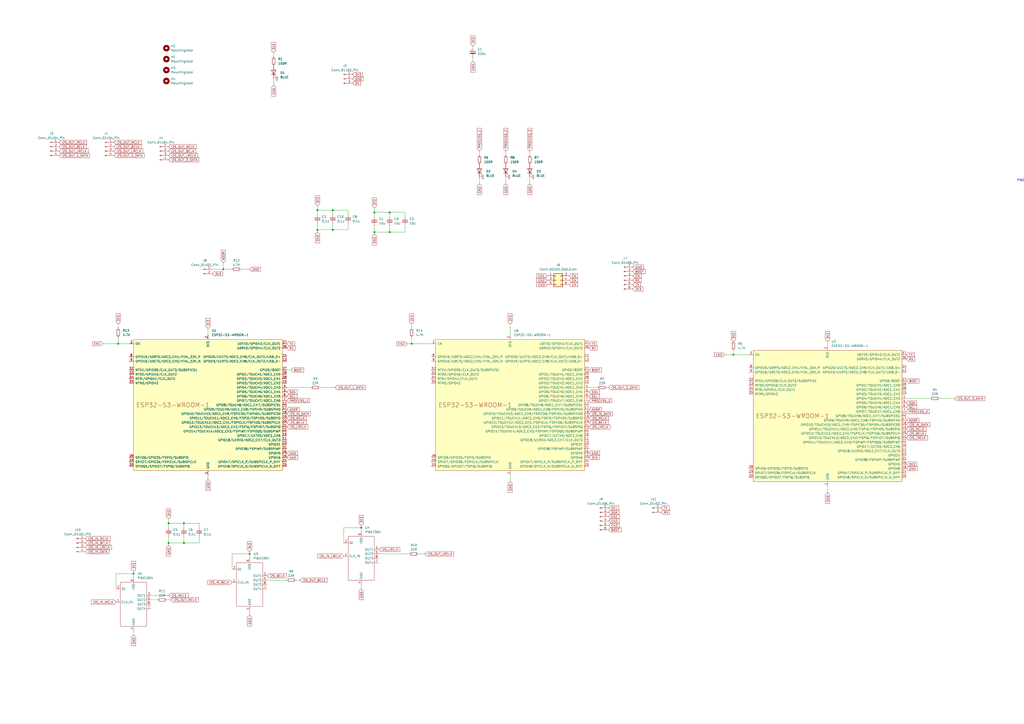
<source format=kicad_sch>
(kicad_sch (version 20231120) (generator "eeschema") (generator_version "8.0")
  (paper "A2")
  (lib_symbols
    (symbol "Connector:Conn_01x02_Pin" (pin_names (offset 1.016) hide)
      (property "Reference" "J" (at 0 2.54 0))
      (property "Value" "Conn_01x02_Pin" (at 0 -5.08 0))
      (symbol "Conn_01x02_Pin_1_1"
        (polyline (pts (xy 1.27 -2.54) (xy 0.8636 -2.54)) (stroke (width 0.1524)))
        (polyline (pts (xy 1.27 0) (xy 0.8636 0)) (stroke (width 0.1524)))
        (rectangle (start 0.8636 -2.413) (end 0 -2.667) (stroke (width 0.1524)) (fill (type outline)))
        (rectangle (start 0.8636 0.127) (end 0 -0.127) (stroke (width 0.1524)) (fill (type outline)))
        (pin passive line (at 5.08 0 180) (length 3.81) (name "Pin_1") (number "1"))
        (pin passive line (at 5.08 -2.54 180) (length 3.81) (name "Pin_2") (number "2"))
      )
    )
    (symbol "Connector:Conn_01x03_Pin" (pin_names (offset 1.016) hide)
      (property "Reference" "J" (at 0 5.08 0))
      (property "Value" "Conn_01x03_Pin" (at 0 -5.08 0))
      (symbol "Conn_01x03_Pin_1_1"
        (polyline (pts (xy 1.27 -2.54) (xy 0.8636 -2.54)) (stroke (width 0.1524)))
        (polyline (pts (xy 1.27 0) (xy 0.8636 0)) (stroke (width 0.1524)))
        (polyline (pts (xy 1.27 2.54) (xy 0.8636 2.54)) (stroke (width 0.1524)))
        (rectangle (start 0.8636 -2.413) (end 0 -2.667) (stroke (width 0.1524)) (fill (type outline)))
        (rectangle (start 0.8636 0.127) (end 0 -0.127) (stroke (width 0.1524)) (fill (type outline)))
        (rectangle (start 0.8636 2.667) (end 0 2.413) (stroke (width 0.1524)) (fill (type outline)))
        (pin passive line (at 5.08 2.54 180) (length 3.81) (name "Pin_1") (number "1"))
        (pin passive line (at 5.08 0 180) (length 3.81) (name "Pin_2") (number "2"))
        (pin passive line (at 5.08 -2.54 180) (length 3.81) (name "Pin_3") (number "3"))
      )
    )
    (symbol "Connector:Conn_01x04_Pin" (pin_names (offset 1.016) hide)
      (property "Reference" "J" (at 0 5.08 0))
      (property "Value" "Conn_01x04_Pin" (at 0 -7.62 0))
      (symbol "Conn_01x04_Pin_1_1"
        (polyline (pts (xy 1.27 -5.08) (xy 0.8636 -5.08)) (stroke (width 0.1524)))
        (polyline (pts (xy 1.27 -2.54) (xy 0.8636 -2.54)) (stroke (width 0.1524)))
        (polyline (pts (xy 1.27 0) (xy 0.8636 0)) (stroke (width 0.1524)))
        (polyline (pts (xy 1.27 2.54) (xy 0.8636 2.54)) (stroke (width 0.1524)))
        (rectangle (start 0.8636 -4.953) (end 0 -5.207) (stroke (width 0.1524)) (fill (type outline)))
        (rectangle (start 0.8636 -2.413) (end 0 -2.667) (stroke (width 0.1524)) (fill (type outline)))
        (rectangle (start 0.8636 0.127) (end 0 -0.127) (stroke (width 0.1524)) (fill (type outline)))
        (rectangle (start 0.8636 2.667) (end 0 2.413) (stroke (width 0.1524)) (fill (type outline)))
        (pin passive line (at 5.08 2.54 180) (length 3.81) (name "Pin_1") (number "1"))
        (pin passive line (at 5.08 0 180) (length 3.81) (name "Pin_2") (number "2"))
        (pin passive line (at 5.08 -2.54 180) (length 3.81) (name "Pin_3") (number "3"))
        (pin passive line (at 5.08 -5.08 180) (length 3.81) (name "Pin_4") (number "4"))
      )
    )
    (symbol "Connector:Conn_01x06_Pin" (pin_names (offset 1.016) hide)
      (property "Reference" "J" (at 0 7.62 0))
      (property "Value" "Conn_01x06_Pin" (at 0 -10.16 0))
      (symbol "Conn_01x06_Pin_1_1"
        (polyline (pts (xy 1.27 -7.62) (xy 0.8636 -7.62)) (stroke (width 0.1524)))
        (polyline (pts (xy 1.27 -5.08) (xy 0.8636 -5.08)) (stroke (width 0.1524)))
        (polyline (pts (xy 1.27 -2.54) (xy 0.8636 -2.54)) (stroke (width 0.1524)))
        (polyline (pts (xy 1.27 0) (xy 0.8636 0)) (stroke (width 0.1524)))
        (polyline (pts (xy 1.27 2.54) (xy 0.8636 2.54)) (stroke (width 0.1524)))
        (polyline (pts (xy 1.27 5.08) (xy 0.8636 5.08)) (stroke (width 0.1524)))
        (rectangle (start 0.8636 -7.493) (end 0 -7.747) (stroke (width 0.1524)) (fill (type outline)))
        (rectangle (start 0.8636 -4.953) (end 0 -5.207) (stroke (width 0.1524)) (fill (type outline)))
        (rectangle (start 0.8636 -2.413) (end 0 -2.667) (stroke (width 0.1524)) (fill (type outline)))
        (rectangle (start 0.8636 0.127) (end 0 -0.127) (stroke (width 0.1524)) (fill (type outline)))
        (rectangle (start 0.8636 2.667) (end 0 2.413) (stroke (width 0.1524)) (fill (type outline)))
        (rectangle (start 0.8636 5.207) (end 0 4.953) (stroke (width 0.1524)) (fill (type outline)))
        (pin passive line (at 5.08 5.08 180) (length 3.81) (name "Pin_1") (number "1"))
        (pin passive line (at 5.08 2.54 180) (length 3.81) (name "Pin_2") (number "2"))
        (pin passive line (at 5.08 0 180) (length 3.81) (name "Pin_3") (number "3"))
        (pin passive line (at 5.08 -2.54 180) (length 3.81) (name "Pin_4") (number "4"))
        (pin passive line (at 5.08 -5.08 180) (length 3.81) (name "Pin_5") (number "5"))
        (pin passive line (at 5.08 -7.62 180) (length 3.81) (name "Pin_6") (number "6"))
      )
    )
    (symbol "Connector_Generic:Conn_02x03_Odd_Even" (pin_names (offset 1.016) hide)
      (property "Reference" "J" (at 1.27 5.08 0))
      (property "Value" "Conn_02x03_Odd_Even" (at 1.27 -5.08 0))
      (symbol "Conn_02x03_Odd_Even_1_1"
        (rectangle (start -1.27 -2.413) (end 0 -2.667) (stroke (width 0.1524)))
        (rectangle (start -1.27 0.127) (end 0 -0.127) (stroke (width 0.1524)))
        (rectangle (start -1.27 2.667) (end 0 2.413) (stroke (width 0.1524)))
        (rectangle (start -1.27 3.81) (end 3.81 -3.81) (stroke (width 0.254)) (fill (type background)))
        (rectangle (start 3.81 -2.413) (end 2.54 -2.667) (stroke (width 0.1524)))
        (rectangle (start 3.81 0.127) (end 2.54 -0.127) (stroke (width 0.1524)))
        (rectangle (start 3.81 2.667) (end 2.54 2.413) (stroke (width 0.1524)))
        (pin passive line (at -5.08 2.54 0) (length 3.81) (name "Pin_1") (number "1"))
        (pin passive line (at 7.62 2.54 180) (length 3.81) (name "Pin_2") (number "2"))
        (pin passive line (at -5.08 0 0) (length 3.81) (name "Pin_3") (number "3"))
        (pin passive line (at 7.62 0 180) (length 3.81) (name "Pin_4") (number "4"))
        (pin passive line (at -5.08 -2.54 0) (length 3.81) (name "Pin_5") (number "5"))
        (pin passive line (at 7.62 -2.54 180) (length 3.81) (name "Pin_6") (number "6"))
      )
    )
    (symbol "Custom:PI6CV304"
      (property "Reference" "U" (at -0.254 -11.176 0))
      (property "Value" "PI6CV304" (at 0 0 0))
      (symbol "PI6CV304_0_1"
        (rectangle (start -8.89 25.4) (end 6.35 0))
      )
      (symbol "PI6CV304_1_1"
        (pin input line (at -11.43 13.97 0) (length 2.54) (name "CLK_IN") (number "1"))
        (pin input line (at -11.43 21.59 0) (length 2.54) (name "OE") (number "2"))
        (pin input line (at 8.89 17.78 180) (length 2.54) (name "OUT1") (number "3"))
        (pin input line (at -1.27 -2.54 90) (length 2.54) (name "GND") (number "4"))
        (pin input line (at 8.89 15.24 180) (length 2.54) (name "OUT2") (number "5"))
        (pin input line (at -1.27 27.94 270) (length 2.54) (name "VDD") (number "6"))
        (pin input line (at 8.89 10.16 180) (length 2.54) (name "OUT4") (number "7"))
        (pin input line (at 8.89 12.7 180) (length 2.54) (name "OUT3") (number "8"))
      )
    )
    (symbol "Device:C_Polarized_Small" (pin_numbers hide) (pin_names (offset 0.254) hide)
      (property "Reference" "C" (at 0.254 1.778 0))
      (property "Value" "C_Polarized_Small" (at 0.254 -2.032 0))
      (symbol "C_Polarized_Small_0_1"
        (rectangle (start -1.524 -0.3048) (end 1.524 -0.6858) (fill (type outline)))
        (rectangle (start -1.524 0.6858) (end 1.524 0.3048))
        (polyline (pts (xy -1.27 1.524) (xy -0.762 1.524)))
        (polyline (pts (xy -1.016 1.27) (xy -1.016 1.778)))
      )
      (symbol "C_Polarized_Small_1_1"
        (pin passive line (at 0 2.54 270) (length 1.8542) (name "~") (number "1"))
        (pin passive line (at 0 -2.54 90) (length 1.8542) (name "~") (number "2"))
      )
    )
    (symbol "Device:C_Small" (pin_numbers hide) (pin_names (offset 0.254) hide)
      (property "Reference" "C" (at 0.254 1.778 0))
      (property "Value" "C_Small" (at 0.254 -2.032 0))
      (symbol "C_Small_0_1"
        (polyline (pts (xy -1.524 -0.508) (xy 1.524 -0.508)) (stroke (width 0.3302)))
        (polyline (pts (xy -1.524 0.508) (xy 1.524 0.508)) (stroke (width 0.3048)))
      )
      (symbol "C_Small_1_1"
        (pin passive line (at 0 2.54 270) (length 2.032) (name "~") (number "1"))
        (pin passive line (at 0 -2.54 90) (length 2.032) (name "~") (number "2"))
      )
    )
    (symbol "Device:LED" (pin_numbers hide) (pin_names (offset 1.016) hide)
      (property "Reference" "D" (at 0 2.54 0))
      (property "Value" "LED" (at 0 -2.54 0))
      (symbol "LED_0_1"
        (polyline (pts (xy -1.27 -1.27) (xy -1.27 1.27)) (stroke (width 0.254)))
        (polyline (pts (xy -1.27 0) (xy 1.27 0)))
        (polyline (pts (xy 1.27 -1.27) (xy 1.27 1.27) (xy -1.27 0) (xy 1.27 -1.27)) (stroke (width 0.254)))
        (polyline (pts (xy -3.048 -0.762) (xy -4.572 -2.286) (xy -3.81 -2.286) (xy -4.572 -2.286) (xy -4.572 -1.524)))
        (polyline (pts (xy -1.778 -0.762) (xy -3.302 -2.286) (xy -2.54 -2.286) (xy -3.302 -2.286) (xy -3.302 -1.524)))
      )
      (symbol "LED_1_1"
        (pin passive line (at -3.81 0 0) (length 2.54) (name "K") (number "1"))
        (pin passive line (at 3.81 0 180) (length 2.54) (name "A") (number "2"))
      )
    )
    (symbol "Device:R_Small" (pin_numbers hide) (pin_names (offset 0.254) hide)
      (property "Reference" "R" (at 0.762 0.508 0))
      (property "Value" "R_Small" (at 0.762 -1.016 0))
      (symbol "R_Small_0_1"
        (rectangle (start -0.762 1.778) (end 0.762 -1.778) (stroke (width 0.2032)))
      )
      (symbol "R_Small_1_1"
        (pin passive line (at 0 2.54 270) (length 0.762) (name "~") (number "1"))
        (pin passive line (at 0 -2.54 90) (length 0.762) (name "~") (number "2"))
      )
    )
    (symbol "Mechanical:MountingHole" (pin_names (offset 1.016)) (exclude_from_sim yes) (in_bom no)
      (property "Reference" "H" (at 0 5.08 0))
      (property "Value" "MountingHole" (at 0 3.175 0))
      (symbol "MountingHole_0_1"
        (circle (center 0 0) (radius 1.27) (stroke (width 1.27)))
      )
    )
    (symbol "PCM_Espressif:ESP32-S3-WROOM-1" (pin_names (offset 1.016))
      (property "Reference" "U" (at -43.18 43.18 0))
      (property "Value" "ESP32-S3-WROOM-1" (at -43.18 40.64 0))
      (symbol "ESP32-S3-WROOM-1_0_0"
        (text "ESP32-S3-WROOM-1" (at -20.32 0 0) (effects (font (size 2.54 2.54))))
        (pin power_in line (at 0 -40.64 90) (length 2.54) (name "GND") (number "1"))
        (pin bidirectional line (at 45.72 -17.78 180) (length 2.54) (name "GPIO17/U1TXD/ADC2_CH6") (number "10"))
        (pin bidirectional line (at 45.72 -20.32 180) (length 2.54) (name "GPIO18/U1RXD/ADC2_CH7/CLK_OUT3") (number "11"))
        (pin bidirectional line (at 45.72 0 180) (length 2.54) (name "GPIO8/TOUCH8/ADC1_CH7/SUBSPICS1") (number "12"))
        (pin bidirectional line (at 45.72 25.4 180) (length 2.54) (name "GPIO19/U1RTS/ADC2_CH8/CLK_OUT2/USB_D-") (number "13"))
        (pin bidirectional line (at 45.72 27.94 180) (length 2.54) (name "GPIO20/U1CTS/ADC2_CH9/CLK_OUT1/USB_D+") (number "14"))
        (pin bidirectional line (at 45.72 12.7 180) (length 2.54) (name "GPIO3/TOUCH3/ADC1_CH2") (number "15"))
        (pin bidirectional line (at 45.72 -30.48 180) (length 2.54) (name "GPIO46") (number "16"))
        (pin bidirectional line (at 45.72 -2.54 180) (length 2.54) (name "GPIO9/TOUCH9/ADC1_CH8/FSPIHD/SUBSPIHD") (number "17"))
        (pin bidirectional line (at 45.72 -5.08 180) (length 2.54) (name "GPIO10/TOUCH10/ADC1_CH9/FSPICS0/FSPIIO4/SUBSPICS0") (number "18"))
        (pin bidirectional line (at 45.72 -7.62 180) (length 2.54) (name "GPIO11/TOUCH11/ADC2_CH0/FSPID/FSPIIO5/SUBSPID") (number "19"))
        (pin power_in line (at 0 40.64 270) (length 2.54) (name "3V3") (number "2"))
        (pin bidirectional line (at 45.72 -10.16 180) (length 2.54) (name "GPIO12/TOUCH12/ADC2_CH1/FSPICLK/FSPIIO6/SUBSPICLK") (number "20"))
        (pin bidirectional line (at 45.72 -12.7 180) (length 2.54) (name "GPIO13/TOUCH13/ADC2_CH2/FSPIQ/FSPIIO7/SUBSPIQ") (number "21"))
        (pin bidirectional line (at 45.72 -15.24 180) (length 2.54) (name "GPIO14/TOUCH14/ADC2_CH3/FSPIWP/FSPIDQS/SUBSPIWP") (number "22"))
        (pin bidirectional line (at 45.72 -22.86 180) (length 2.54) (name "GPIO21") (number "23"))
        (pin bidirectional line (at 45.72 -33.02 180) (length 2.54) (name "GPIO47/SPICLK_P/SUBSPICLK_P_DIFF") (number "24"))
        (pin bidirectional line (at 45.72 -35.56 180) (length 2.54) (name "GPIO48/SPICLK_N/SUBSPICLK_N_DIFF") (number "25"))
        (pin bidirectional line (at 45.72 -27.94 180) (length 2.54) (name "GPIO45") (number "26"))
        (pin bidirectional line (at 45.72 20.32 180) (length 2.54) (name "GPIO0/BOOT") (number "27"))
        (pin bidirectional line (at -45.72 -30.48 0) (length 2.54) (name "SPIIO6/GPIO35/FSPID/SUBSPID") (number "28"))
        (pin bidirectional line (at -45.72 -33.02 0) (length 2.54) (name "SPIIO7/GPIO36/FSPICLK/SUBSPICLK") (number "29"))
        (pin input line (at -45.72 35.56 0) (length 2.54) (name "EN") (number "3"))
        (pin bidirectional line (at -45.72 -35.56 0) (length 2.54) (name "SPIDQS/GPIO37/FSPIQ/SUBSPIQ") (number "30"))
        (pin bidirectional line (at 45.72 -25.4 180) (length 2.54) (name "GPIO38/FSPIWP/SUBSPIWP") (number "31"))
        (pin bidirectional line (at -45.72 20.32 0) (length 2.54) (name "MTCK/GPIO39/CLK_OUT3/SUBSPICS1") (number "32"))
        (pin bidirectional line (at -45.72 17.78 0) (length 2.54) (name "MTDO/GPIO40/CLK_OUT2") (number "33"))
        (pin bidirectional line (at -45.72 15.24 0) (length 2.54) (name "MTDI/GPIO41/CLK_OUT1") (number "34"))
        (pin bidirectional line (at -45.72 12.7 0) (length 2.54) (name "MTMS/GPIO42") (number "35"))
        (pin bidirectional line (at 45.72 33.02 180) (length 2.54) (name "U0RXD/GPIO44/CLK_OUT2") (number "36"))
        (pin bidirectional line (at 45.72 35.56 180) (length 2.54) (name "U0TXD/GPIO43/CLK_OUT1") (number "37"))
        (pin bidirectional line (at 45.72 15.24 180) (length 2.54) (name "GPIO2/TOUCH2/ADC1_CH1") (number "38"))
        (pin bidirectional line (at 45.72 17.78 180) (length 2.54) (name "GPIO1/TOUCH1/ADC1_CH0") (number "39"))
        (pin bidirectional line (at 45.72 10.16 180) (length 2.54) (name "GPIO4/TOUCH4/ADC1_CH3") (number "4"))
        (pin passive line (at 0 -40.64 90) (length 2.54) hide (name "GND") (number "40"))
        (pin passive line (at 0 -40.64 90) (length 2.54) hide (name "GND") (number "41"))
        (pin bidirectional line (at 45.72 7.62 180) (length 2.54) (name "GPIO5/TOUCH5/ADC1_CH4") (number "5"))
        (pin bidirectional line (at 45.72 5.08 180) (length 2.54) (name "GPIO6/TOUCH6/ADC1_CH5") (number "6"))
        (pin bidirectional line (at 45.72 2.54 180) (length 2.54) (name "GPIO7/TOUCH7/ADC1_CH6") (number "7"))
        (pin bidirectional line (at -45.72 27.94 0) (length 2.54) (name "GPIO15/U0RTS/ADC2_CH4/XTAL_32K_P") (number "8"))
        (pin bidirectional line (at -45.72 25.4 0) (length 2.54) (name "GPIO16/U0CTS/ADC2_CH5/XTAL_32K_N") (number "9"))
      )
      (symbol "ESP32-S3-WROOM-1_0_1"
        (rectangle (start -43.18 38.1) (end 43.18 -38.1) (fill (type background)))
      )
    )
  )
  (junction (at 193.04 121.92))
  (junction (at 209.55 306.07))
  (junction (at 425.45 205.74))
  (junction (at 77.47 332.74))
  (junction (at 106.68 303.53))
  (junction (at 217.17 134.62))
  (junction (at 129.54 156.21))
  (junction (at 226.06 134.62))
  (junction (at 184.15 121.92))
  (junction (at 238.76 199.39))
  (junction (at 184.15 133.35))
  (junction (at 226.06 123.19))
  (junction (at 97.79 303.53))
  (junction (at 144.78 321.31))
  (junction (at 106.68 314.96))
  (junction (at 97.79 314.96))
  (junction (at 193.04 133.35))
  (junction (at 217.17 123.19))
  (junction (at 68.58 199.39))
  (wire (pts (xy 217.17 120.65) (xy 217.17 123.19)))
  (wire (pts (xy 184.15 121.92) (xy 184.15 124.46)))
  (wire (pts (xy 217.17 123.19) (xy 226.06 123.19)))
  (wire (pts (xy 420.37 205.74) (xy 425.45 205.74)))
  (wire (pts (xy 217.17 123.19) (xy 217.17 125.73)))
  (wire (pts (xy 480.06 198.12) (xy 480.06 200.66)))
  (wire (pts (xy 238.76 199.39) (xy 250.19 199.39)))
  (wire (pts (xy 346.71 224.79) (xy 341.63 224.79)))
  (wire (pts (xy 134.62 156.21) (xy 129.54 156.21)))
  (wire (pts (xy 59.69 199.39) (xy 68.58 199.39)))
  (wire (pts (xy 353.06 224.79) (xy 351.79 224.79)))
  (wire (pts (xy 217.17 135.89) (xy 217.17 134.62)))
  (wire (pts (xy 115.57 306.07) (xy 115.57 303.53)))
  (wire (pts (xy 120.65 190.5) (xy 120.65 194.31)))
  (wire (pts (xy 97.79 345.44) (xy 87.63 345.44)))
  (wire (pts (xy 209.55 341.63) (xy 209.55 339.09)))
  (wire (pts (xy 236.22 199.39) (xy 238.76 199.39)))
  (wire (pts (xy 97.79 316.23) (xy 97.79 314.96)))
  (wire (pts (xy 295.91 187.96) (xy 295.91 194.31)))
  (wire (pts (xy 129.54 152.4) (xy 129.54 156.21)))
  (wire (pts (xy 274.32 26.67) (xy 274.32 27.94)))
  (wire (pts (xy 234.95 123.19) (xy 226.06 123.19)))
  (wire (pts (xy 539.75 231.14) (xy 525.78 231.14)))
  (wire (pts (xy 91.44 347.98) (xy 87.63 347.98)))
  (wire (pts (xy 201.93 129.54) (xy 201.93 133.35)))
  (wire (pts (xy 295.91 279.4) (xy 295.91 275.59)))
  (wire (pts (xy 201.93 133.35) (xy 193.04 133.35)))
  (wire (pts (xy 307.34 106.68) (xy 307.34 102.87)))
  (wire (pts (xy 97.79 300.99) (xy 97.79 303.53)))
  (wire (pts (xy 129.54 156.21) (xy 123.19 156.21)))
  (wire (pts (xy 237.49 321.31) (xy 219.71 321.31)))
  (wire (pts (xy 120.65 278.13) (xy 120.65 275.59)))
  (wire (pts (xy 106.68 314.96) (xy 97.79 314.96)))
  (wire (pts (xy 173.99 336.55) (xy 171.45 336.55)))
  (wire (pts (xy 425.45 203.2) (xy 425.45 205.74)))
  (wire (pts (xy 278.13 87.63) (xy 278.13 90.17)))
  (wire (pts (xy 168.91 214.63) (xy 166.37 214.63)))
  (wire (pts (xy 67.31 332.74) (xy 67.31 341.63)))
  (wire (pts (xy 217.17 134.62) (xy 217.17 130.81)))
  (wire (pts (xy 278.13 106.68) (xy 278.13 102.87)))
  (wire (pts (xy 201.93 121.92) (xy 193.04 121.92)))
  (wire (pts (xy 193.04 129.54) (xy 193.04 133.35)))
  (wire (pts (xy 77.47 331.47) (xy 77.47 332.74)))
  (wire (pts (xy 77.47 368.3) (xy 77.47 365.76)))
  (wire (pts (xy 68.58 199.39) (xy 74.93 199.39)))
  (wire (pts (xy 115.57 314.96) (xy 106.68 314.96)))
  (wire (pts (xy 144.78 156.21) (xy 139.7 156.21)))
  (wire (pts (xy 199.39 306.07) (xy 209.55 306.07)))
  (wire (pts (xy 553.72 231.14) (xy 544.83 231.14)))
  (wire (pts (xy 166.37 336.55) (xy 154.94 336.55)))
  (wire (pts (xy 97.79 303.53) (xy 97.79 306.07)))
  (wire (pts (xy 234.95 125.73) (xy 234.95 123.19)))
  (wire (pts (xy 226.06 130.81) (xy 226.06 134.62)))
  (wire (pts (xy 184.15 134.62) (xy 184.15 133.35)))
  (wire (pts (xy 184.15 119.38) (xy 184.15 121.92)))
  (wire (pts (xy 115.57 303.53) (xy 106.68 303.53)))
  (wire (pts (xy 106.68 311.15) (xy 106.68 314.96)))
  (wire (pts (xy 246.38 321.31) (xy 242.57 321.31)))
  (wire (pts (xy 307.34 87.63) (xy 307.34 90.17)))
  (wire (pts (xy 97.79 314.96) (xy 97.79 311.15)))
  (wire (pts (xy 209.55 306.07) (xy 209.55 308.61)))
  (wire (pts (xy 144.78 356.87) (xy 144.78 354.33)))
  (wire (pts (xy 97.79 303.53) (xy 106.68 303.53)))
  (wire (pts (xy 293.37 87.63) (xy 293.37 90.17)))
  (wire (pts (xy 115.57 311.15) (xy 115.57 314.96)))
  (wire (pts (xy 106.68 303.53) (xy 106.68 306.07)))
  (wire (pts (xy 425.45 205.74) (xy 434.34 205.74)))
  (wire (pts (xy 480.06 285.75) (xy 480.06 281.94)))
  (wire (pts (xy 77.47 332.74) (xy 77.47 335.28)))
  (wire (pts (xy 184.15 121.92) (xy 193.04 121.92)))
  (wire (pts (xy 134.62 321.31) (xy 134.62 330.2)))
  (wire (pts (xy 68.58 195.58) (xy 68.58 199.39)))
  (wire (pts (xy 234.95 134.62) (xy 226.06 134.62)))
  (wire (pts (xy 193.04 121.92) (xy 193.04 124.46)))
  (wire (pts (xy 134.62 321.31) (xy 144.78 321.31)))
  (wire (pts (xy 184.15 133.35) (xy 184.15 129.54)))
  (wire (pts (xy 166.37 224.79) (xy 180.34 224.79)))
  (wire (pts (xy 293.37 106.68) (xy 293.37 102.87)))
  (wire (pts (xy 144.78 320.04) (xy 144.78 321.31)))
  (wire (pts (xy 68.58 187.96) (xy 68.58 190.5)))
  (wire (pts (xy 226.06 123.19) (xy 226.06 125.73)))
  (wire (pts (xy 226.06 134.62) (xy 217.17 134.62)))
  (wire (pts (xy 158.75 30.48) (xy 158.75 33.02)))
  (wire (pts (xy 99.06 347.98) (xy 96.52 347.98)))
  (wire (pts (xy 274.32 35.56) (xy 274.32 33.02)))
  (wire (pts (xy 209.55 304.8) (xy 209.55 306.07)))
  (wire (pts (xy 234.95 130.81) (xy 234.95 134.62)))
  (wire (pts (xy 238.76 187.96) (xy 238.76 190.5)))
  (wire (pts (xy 185.42 224.79) (xy 194.31 224.79)))
  (wire (pts (xy 238.76 195.58) (xy 238.76 199.39)))
  (wire (pts (xy 67.31 332.74) (xy 77.47 332.74)))
  (wire (pts (xy 193.04 133.35) (xy 184.15 133.35)))
  (wire (pts (xy 199.39 306.07) (xy 199.39 314.96)))
  (wire (pts (xy 158.75 49.53) (xy 158.75 45.72)))
  (wire (pts (xy 144.78 321.31) (xy 144.78 323.85)))
  (wire (pts (xy 201.93 124.46) (xy 201.93 121.92)))
  (text "PI6CV304" (at 594.614 104.648 0) (effects (font (size 1.27 1.27))))
  (global_label "GND" (shape input) (at 293.37 106.68 270) (property "Intersheetrefs" "${INTERSHEET_REFS}" (effects (hide yes))))
  (global_label "I2S_IN_LRCLK" (shape input) (at 199.39 322.58 180) (property "Intersheetrefs" "${INTERSHEET_REFS}" (effects (hide yes))))
  (global_label "I2S_LRCLK" (shape input) (at 166.37 247.65 0) (property "Intersheetrefs" "${INTERSHEET_REFS}" (effects (hide yes))))
  (global_label "3V3" (shape input) (at 425.45 198.12 90) (property "Intersheetrefs" "${INTERSHEET_REFS}" (effects (hide yes))))
  (global_label "GND" (shape input) (at 120.65 278.13 270) (property "Intersheetrefs" "${INTERSHEET_REFS}" (effects (hide yes))))
  (global_label "I2S_OUT_BCLK" (shape input) (at 34.29 85.09 0) (property "Intersheetrefs" "${INTERSHEET_REFS}" (effects (hide yes))))
  (global_label "EN1" (shape input) (at 59.69 199.39 180) (property "Intersheetrefs" "${INTERSHEET_REFS}" (effects (hide yes))))
  (global_label "I2S_IN_LRCLK" (shape input) (at 49.53 317.5 0) (property "Intersheetrefs" "${INTERSHEET_REFS}" (effects (hide yes))))
  (global_label "RX" (shape input) (at 341.63 201.93 0) (property "Intersheetrefs" "${INTERSHEET_REFS}" (effects (hide yes))))
  (global_label "GND" (shape input) (at 525.78 271.78 0) (property "Intersheetrefs" "${INTERSHEET_REFS}" (effects (hide yes))))
  (global_label "I2S_IN_MCLK" (shape input) (at 49.53 312.42 0) (property "Intersheetrefs" "${INTERSHEET_REFS}" (effects (hide yes))))
  (global_label "BOOT" (shape input) (at 367.03 157.48 0) (property "Intersheetrefs" "${INTERSHEET_REFS}" (effects (hide yes))))
  (global_label "3V3" (shape input) (at 120.65 190.5 90) (property "Intersheetrefs" "${INTERSHEET_REFS}" (effects (hide yes))))
  (global_label "I2S_OUT_LRCLK" (shape input) (at 246.38 321.31 0) (property "Intersheetrefs" "${INTERSHEET_REFS}" (effects (hide yes))))
  (global_label "PROCESS_3" (shape input) (at 525.78 238.76 0) (property "Intersheetrefs" "${INTERSHEET_REFS}" (effects (hide yes))))
  (global_label "3V3" (shape input) (at 123.19 158.75 0) (property "Intersheetrefs" "${INTERSHEET_REFS}" (effects (hide yes))))
  (global_label "EN" (shape input) (at 330.2 165.1 0) (property "Intersheetrefs" "${INTERSHEET_REFS}" (effects (hide yes))))
  (global_label "SDA" (shape input) (at 353.06 297.18 0) (property "Intersheetrefs" "${INTERSHEET_REFS}" (effects (hide yes))))
  (global_label "I2S_OUT_2_DATA" (shape input) (at 353.06 224.79 0) (property "Intersheetrefs" "${INTERSHEET_REFS}" (effects (hide yes))))
  (global_label "3V3" (shape input) (at 732.79 173.99 0) (property "Intersheetrefs" "${INTERSHEET_REFS}" (effects (hide yes))))
  (global_label "I2S_IN_DATA" (shape input) (at 341.63 240.03 0) (property "Intersheetrefs" "${INTERSHEET_REFS}" (effects (hide yes))))
  (global_label "ADDR" (shape input) (at 129.54 152.4 90) (property "Intersheetrefs" "${INTERSHEET_REFS}" (effects (hide yes))))
  (global_label "SDA" (shape input) (at 341.63 227.33 0) (property "Intersheetrefs" "${INTERSHEET_REFS}" (effects (hide yes))))
  (global_label "GND" (shape input) (at 144.78 356.87 270) (property "Intersheetrefs" "${INTERSHEET_REFS}" (effects (hide yes))))
  (global_label "GND" (shape input) (at 158.75 49.53 270) (property "Intersheetrefs" "${INTERSHEET_REFS}" (effects (hide yes))))
  (global_label "EN" (shape input) (at 367.03 160.02 0) (property "Intersheetrefs" "${INTERSHEET_REFS}" (effects (hide yes))))
  (global_label "TX" (shape input) (at 341.63 199.39 0) (property "Intersheetrefs" "${INTERSHEET_REFS}" (effects (hide yes))))
  (global_label "I2S_IN_BCLK" (shape input) (at 134.62 337.82 180) (property "Intersheetrefs" "${INTERSHEET_REFS}" (effects (hide yes))))
  (global_label "3V3" (shape input) (at 217.17 120.65 90) (property "Intersheetrefs" "${INTERSHEET_REFS}" (effects (hide yes))))
  (global_label "TX" (shape input) (at 166.37 199.39 0) (property "Intersheetrefs" "${INTERSHEET_REFS}" (effects (hide yes))))
  (global_label "I2S_OUT_LRCLK" (shape input) (at 66.04 87.63 0) (property "Intersheetrefs" "${INTERSHEET_REFS}" (effects (hide yes))))
  (global_label "3V3" (shape input) (at 97.79 300.99 90) (property "Intersheetrefs" "${INTERSHEET_REFS}" (effects (hide yes))))
  (global_label "I2S_OUT_MCLK" (shape input) (at 66.04 82.55 0) (property "Intersheetrefs" "${INTERSHEET_REFS}" (effects (hide yes))))
  (global_label "3V3" (shape input) (at 341.63 265.43 0) (property "Intersheetrefs" "${INTERSHEET_REFS}" (effects (hide yes))))
  (global_label "RX" (shape input) (at 525.78 208.28 0) (property "Intersheetrefs" "${INTERSHEET_REFS}" (effects (hide yes))))
  (global_label "I2S_OUT_3_DATA" (shape input) (at 553.72 231.14 0) (property "Intersheetrefs" "${INTERSHEET_REFS}" (effects (hide yes))))
  (global_label "EN3" (shape input) (at 420.37 205.74 180) (property "Intersheetrefs" "${INTERSHEET_REFS}" (effects (hide yes))))
  (global_label "I2S_IN_BCLK" (shape input) (at 49.53 314.96 0) (property "Intersheetrefs" "${INTERSHEET_REFS}" (effects (hide yes))))
  (global_label "I2S_OUT_LRCLK" (shape input) (at 34.29 87.63 0) (property "Intersheetrefs" "${INTERSHEET_REFS}" (effects (hide yes))))
  (global_label "3V3" (shape input) (at 525.78 269.24 0) (property "Intersheetrefs" "${INTERSHEET_REFS}" (effects (hide yes))))
  (global_label "PROCESS_2" (shape input) (at 341.63 232.41 0) (property "Intersheetrefs" "${INTERSHEET_REFS}" (effects (hide yes))))
  (global_label "BOOT" (shape input) (at 341.63 214.63 0) (property "Intersheetrefs" "${INTERSHEET_REFS}" (effects (hide yes))))
  (global_label "3V3" (shape input) (at 209.55 304.8 90) (property "Intersheetrefs" "${INTERSHEET_REFS}" (effects (hide yes))))
  (global_label "TX" (shape input) (at 383.54 294.64 0) (property "Intersheetrefs" "${INTERSHEET_REFS}" (effects (hide yes))))
  (global_label "SCL" (shape input) (at 353.06 294.64 0) (property "Intersheetrefs" "${INTERSHEET_REFS}" (effects (hide yes))))
  (global_label "I2S_BCLK" (shape input) (at 166.37 245.11 0) (property "Intersheetrefs" "${INTERSHEET_REFS}" (effects (hide yes))))
  (global_label "I2S_OUT_BCLK" (shape input) (at 173.99 336.55 0) (property "Intersheetrefs" "${INTERSHEET_REFS}" (effects (hide yes))))
  (global_label "EN2" (shape input) (at 236.22 199.39 180) (property "Intersheetrefs" "${INTERSHEET_REFS}" (effects (hide yes))))
  (global_label "I2S_IN_MCLK" (shape input) (at 67.31 349.25 180) (property "Intersheetrefs" "${INTERSHEET_REFS}" (effects (hide yes))))
  (global_label "SCL" (shape input) (at 525.78 236.22 0) (property "Intersheetrefs" "${INTERSHEET_REFS}" (effects (hide yes))))
  (global_label "5V" (shape input) (at 204.47 48.26 0) (property "Intersheetrefs" "${INTERSHEET_REFS}" (effects (hide yes))))
  (global_label "3V3" (shape input) (at 480.06 198.12 90) (property "Intersheetrefs" "${INTERSHEET_REFS}" (effects (hide yes))))
  (global_label "I2S_OUT_LRCLK" (shape input) (at 97.79 90.17 0) (property "Intersheetrefs" "${INTERSHEET_REFS}" (effects (hide yes))))
  (global_label "GND" (shape input) (at 480.06 285.75 270) (property "Intersheetrefs" "${INTERSHEET_REFS}" (effects (hide yes))))
  (global_label "SCL" (shape input) (at 166.37 229.87 0) (property "Intersheetrefs" "${INTERSHEET_REFS}" (effects (hide yes))))
  (global_label "I2S_MCLK" (shape input) (at 166.37 242.57 0) (property "Intersheetrefs" "${INTERSHEET_REFS}" (effects (hide yes))))
  (global_label "SDA" (shape input) (at 715.01 217.17 0) (property "Intersheetrefs" "${INTERSHEET_REFS}" (effects (hide yes))))
  (global_label "GND" (shape input) (at 204.47 45.72 0) (property "Intersheetrefs" "${INTERSHEET_REFS}" (effects (hide yes))))
  (global_label "3V3" (shape input) (at 367.03 167.64 0) (property "Intersheetrefs" "${INTERSHEET_REFS}" (effects (hide yes))))
  (global_label "I2S_OUT_BCLK" (shape input) (at 66.04 85.09 0) (property "Intersheetrefs" "${INTERSHEET_REFS}" (effects (hide yes))))
  (global_label "GND" (shape input) (at 274.32 35.56 270) (property "Intersheetrefs" "${INTERSHEET_REFS}" (effects (hide yes))))
  (global_label "BOOT" (shape input) (at 353.06 307.34 0) (property "Intersheetrefs" "${INTERSHEET_REFS}" (effects (hide yes))))
  (global_label "ADDR" (shape input) (at 525.78 243.84 0) (property "Intersheetrefs" "${INTERSHEET_REFS}" (effects (hide yes))))
  (global_label "I2S_IN_DATA" (shape input) (at 525.78 246.38 0) (property "Intersheetrefs" "${INTERSHEET_REFS}" (effects (hide yes))))
  (global_label "GND" (shape input) (at 97.79 316.23 270) (property "Intersheetrefs" "${INTERSHEET_REFS}" (effects (hide yes))))
  (global_label "SDA" (shape input) (at 525.78 233.68 0) (property "Intersheetrefs" "${INTERSHEET_REFS}" (effects (hide yes))))
  (global_label "I2S_MCLK" (shape input) (at 341.63 242.57 0) (property "Intersheetrefs" "${INTERSHEET_REFS}" (effects (hide yes))))
  (global_label "GND" (shape input) (at 307.34 106.68 270) (property "Intersheetrefs" "${INTERSHEET_REFS}" (effects (hide yes))))
  (global_label "I2S_OUT_MCLK" (shape input) (at 99.06 347.98 0) (property "Intersheetrefs" "${INTERSHEET_REFS}" (effects (hide yes))))
  (global_label "RX" (shape input) (at 383.54 297.18 0) (property "Intersheetrefs" "${INTERSHEET_REFS}" (effects (hide yes))))
  (global_label "RX" (shape input) (at 367.03 162.56 0) (property "Intersheetrefs" "${INTERSHEET_REFS}" (effects (hide yes))))
  (global_label "I2S_OUT_3_DATA" (shape input) (at 97.79 92.71 0) (property "Intersheetrefs" "${INTERSHEET_REFS}" (effects (hide yes))))
  (global_label "I2S_LRCLK" (shape input) (at 525.78 254 0) (property "Intersheetrefs" "${INTERSHEET_REFS}" (effects (hide yes))))
  (global_label "I2S_IN_DATA" (shape input) (at 49.53 320.04 0) (property "Intersheetrefs" "${INTERSHEET_REFS}" (effects (hide yes))))
  (global_label "I2S_BCLK" (shape input) (at 341.63 245.11 0) (property "Intersheetrefs" "${INTERSHEET_REFS}" (effects (hide yes))))
  (global_label "I2S_LRCLK" (shape input) (at 219.71 318.77 0) (property "Intersheetrefs" "${INTERSHEET_REFS}" (effects (hide yes))))
  (global_label "EN2" (shape input) (at 353.06 302.26 0) (property "Intersheetrefs" "${INTERSHEET_REFS}" (effects (hide yes))))
  (global_label "3V3" (shape input) (at 274.32 26.67 90) (property "Intersheetrefs" "${INTERSHEET_REFS}" (effects (hide yes))))
  (global_label "I2S_OUT_MCLK" (shape input) (at 97.79 85.09 0) (property "Intersheetrefs" "${INTERSHEET_REFS}" (effects (hide yes))))
  (global_label "ADDR" (shape input) (at 341.63 237.49 0) (property "Intersheetrefs" "${INTERSHEET_REFS}" (effects (hide yes))))
  (global_label "GND" (shape input) (at 166.37 265.43 0) (property "Intersheetrefs" "${INTERSHEET_REFS}" (effects (hide yes))))
  (global_label "GND" (shape input) (at 77.47 368.3 270) (property "Intersheetrefs" "${INTERSHEET_REFS}" (effects (hide yes))))
  (global_label "3V3" (shape input) (at 158.75 30.48 90) (property "Intersheetrefs" "${INTERSHEET_REFS}" (effects (hide yes))))
  (global_label "GND" (shape input) (at 278.13 106.68 270) (property "Intersheetrefs" "${INTERSHEET_REFS}" (effects (hide yes))))
  (global_label "I2S_OUT_MCLK" (shape input) (at 34.29 82.55 0) (property "Intersheetrefs" "${INTERSHEET_REFS}" (effects (hide yes))))
  (global_label "EN3" (shape input) (at 353.06 304.8 0) (property "Intersheetrefs" "${INTERSHEET_REFS}" (effects (hide yes))))
  (global_label "BOOT" (shape input) (at 525.78 220.98 0) (property "Intersheetrefs" "${INTERSHEET_REFS}" (effects (hide yes))))
  (global_label "3V3" (shape input) (at 295.91 187.96 90) (property "Intersheetrefs" "${INTERSHEET_REFS}" (effects (hide yes))))
  (global_label "GND" (shape input) (at 341.63 262.89 0) (property "Intersheetrefs" "${INTERSHEET_REFS}" (effects (hide yes))))
  (global_label "GND" (shape input) (at 217.17 135.89 270) (property "Intersheetrefs" "${INTERSHEET_REFS}" (effects (hide yes))))
  (global_label "PROCESS_2" (shape input) (at 293.37 87.63 90) (property "Intersheetrefs" "${INTERSHEET_REFS}" (effects (hide yes))))
  (global_label "3V3" (shape input) (at 68.58 187.96 90) (property "Intersheetrefs" "${INTERSHEET_REFS}" (effects (hide yes))))
  (global_label "RX" (shape input) (at 166.37 201.93 0) (property "Intersheetrefs" "${INTERSHEET_REFS}" (effects (hide yes))))
  (global_label "I2S_OUT_1_DATA" (shape input) (at 34.29 90.17 0) (property "Intersheetrefs" "${INTERSHEET_REFS}" (effects (hide yes))))
  (global_label "TX" (shape input) (at 525.78 205.74 0) (property "Intersheetrefs" "${INTERSHEET_REFS}" (effects (hide yes))))
  (global_label "I2S_LRCLK" (shape input) (at 341.63 247.65 0) (property "Intersheetrefs" "${INTERSHEET_REFS}" (effects (hide yes))))
  (global_label "PROCESS_3" (shape input) (at 307.34 87.63 90) (property "Intersheetrefs" "${INTERSHEET_REFS}" (effects (hide yes))))
  (global_label "ADDR" (shape input) (at 166.37 237.49 0) (property "Intersheetrefs" "${INTERSHEET_REFS}" (effects (hide yes))))
  (global_label "SCL" (shape input) (at 715.01 219.71 0) (property "Intersheetrefs" "${INTERSHEET_REFS}" (effects (hide yes))))
  (global_label "GND" (shape input) (at 209.55 341.63 270) (property "Intersheetrefs" "${INTERSHEET_REFS}" (effects (hide yes))))
  (global_label "EN3" (shape input) (at 317.5 165.1 180) (property "Intersheetrefs" "${INTERSHEET_REFS}" (effects (hide yes))))
  (global_label "PROCESS_1" (shape input) (at 166.37 232.41 0) (property "Intersheetrefs" "${INTERSHEET_REFS}" (effects (hide yes))))
  (global_label "3V3" (shape input) (at 77.47 331.47 90) (property "Intersheetrefs" "${INTERSHEET_REFS}" (effects (hide yes))))
  (global_label "GND" (shape input) (at 295.91 279.4 270) (property "Intersheetrefs" "${INTERSHEET_REFS}" (effects (hide yes))))
  (global_label "3V3" (shape input) (at 144.78 320.04 90) (property "Intersheetrefs" "${INTERSHEET_REFS}" (effects (hide yes))))
  (global_label "EN" (shape input) (at 330.2 160.02 0) (property "Intersheetrefs" "${INTERSHEET_REFS}" (effects (hide yes))))
  (global_label "EN2" (shape input) (at 317.5 162.56 180) (property "Intersheetrefs" "${INTERSHEET_REFS}" (effects (hide yes))))
  (global_label "I2S_OUT_2_DATA" (shape input) (at 66.04 90.17 0) (property "Intersheetrefs" "${INTERSHEET_REFS}" (effects (hide yes))))
  (global_label "EN1" (shape input) (at 317.5 160.02 180) (property "Intersheetrefs" "${INTERSHEET_REFS}" (effects (hide yes))))
  (global_label "GND" (shape input) (at 144.78 156.21 0) (property "Intersheetrefs" "${INTERSHEET_REFS}" (effects (hide yes))))
  (global_label "SDA" (shape input) (at 166.37 227.33 0) (property "Intersheetrefs" "${INTERSHEET_REFS}" (effects (hide yes))))
  (global_label "I2S_MCLK" (shape input) (at 525.78 248.92 0) (property "Intersheetrefs" "${INTERSHEET_REFS}" (effects (hide yes))))
  (global_label "EN1" (shape input) (at 353.06 299.72 0) (property "Intersheetrefs" "${INTERSHEET_REFS}" (effects (hide yes))))
  (global_label "I2S_OUT_BCLK" (shape input) (at 97.79 87.63 0) (property "Intersheetrefs" "${INTERSHEET_REFS}" (effects (hide yes))))
  (global_label "3V3" (shape input) (at 204.47 43.18 0) (property "Intersheetrefs" "${INTERSHEET_REFS}" (effects (hide yes))))
  (global_label "TX" (shape input) (at 367.03 165.1 0) (property "Intersheetrefs" "${INTERSHEET_REFS}" (effects (hide yes))))
  (global_label "GND" (shape input) (at 184.15 134.62 270) (property "Intersheetrefs" "${INTERSHEET_REFS}" (effects (hide yes))))
  (global_label "GND" (shape input) (at 367.03 154.94 0) (property "Intersheetrefs" "${INTERSHEET_REFS}" (effects (hide yes))))
  (global_label "I2S_BCLK" (shape input) (at 525.78 251.46 0) (property "Intersheetrefs" "${INTERSHEET_REFS}" (effects (hide yes))))
  (global_label "3V3" (shape input) (at 184.15 119.38 90) (property "Intersheetrefs" "${INTERSHEET_REFS}" (effects (hide yes))))
  (global_label "GND" (shape input) (at 166.37 262.89 0) (property "Intersheetrefs" "${INTERSHEET_REFS}" (effects (hide yes))))
  (global_label "I2S_IN_DATA" (shape input) (at 166.37 240.03 0) (property "Intersheetrefs" "${INTERSHEET_REFS}" (effects (hide yes))))
  (global_label "BOOT" (shape input) (at 168.91 214.63 0) (property "Intersheetrefs" "${INTERSHEET_REFS}" (effects (hide yes))))
  (global_label "SCL" (shape input) (at 341.63 229.87 0) (property "Intersheetrefs" "${INTERSHEET_REFS}" (effects (hide yes))))
  (global_label "PROCESS_1" (shape input) (at 278.13 87.63 90) (property "Intersheetrefs" "${INTERSHEET_REFS}" (effects (hide yes))))
  (global_label "I2S_OUT_1_DATA" (shape input) (at 194.31 224.79 0) (property "Intersheetrefs" "${INTERSHEET_REFS}" (effects (hide yes))))
  (global_label "EN" (shape input) (at 330.2 162.56 0) (property "Intersheetrefs" "${INTERSHEET_REFS}" (effects (hide yes))))
  (global_label "I2S_BCLK" (shape input) (at 154.94 334.01 0) (property "Intersheetrefs" "${INTERSHEET_REFS}" (effects (hide yes))))
  (global_label "I2S_MCLK" (shape input) (at 97.79 345.44 0) (property "Intersheetrefs" "${INTERSHEET_REFS}" (effects (hide yes))))
  (global_label "3V3" (shape input) (at 238.76 187.96 90) (property "Intersheetrefs" "${INTERSHEET_REFS}" (effects (hide yes))))
  (symbol (lib_id "Device:LED") (at 158.75 41.91 90) (unit 1)
    (property "Reference" "D1" (at 162.56 42.2274 90) (effects (justify right)))
    (property "Value" "BLUE" (at 162.56 44.7674 90) (effects (justify right)))
    (property "Footprint" "Diode_SMD:D_0603_1608Metric" (effects (hide yes)))
    (property "Description" "Light emitting diode" (effects (hide yes)))
    (property "LCSC" "C84259" (effects (hide yes)))
  )
  (symbol (lib_id "Device:R_Small") (at 293.37 92.71 0) (unit 1)
    (property "Reference" "R8" (at 295.91 91.4399 0) (effects (justify left)))
    (property "Value" "150R" (at 295.91 93.9799 0) (effects (justify left)))
    (property "Footprint" "Resistor_SMD:R_0603_1608Metric" (effects (hide yes)))
    (property "Description" "Resistor, small symbol" (effects (hide yes)))
    (property "LCSC" "C22808" (effects (hide yes)))
  )
  (symbol (lib_id "Device:LED") (at 278.13 99.06 90) (unit 1)
    (property "Reference" "D2" (at 281.94 99.3774 90) (effects (justify right)))
    (property "Value" "BLUE" (at 281.94 101.9174 90) (effects (justify right)))
    (property "Footprint" "Diode_SMD:D_0603_1608Metric" (effects (hide yes)))
    (property "Description" "Light emitting diode" (effects (hide yes)))
    (property "LCSC" "C84259" (effects (hide yes)))
  )
  (symbol (lib_id "Device:LED") (at 293.37 99.06 90) (unit 1)
    (property "Reference" "D4" (at 297.18 99.3774 90) (effects (justify right)))
    (property "Value" "BLUE" (at 297.18 101.9174 90) (effects (justify right)))
    (property "Footprint" "Diode_SMD:D_0603_1608Metric" (effects (hide yes)))
    (property "Description" "Light emitting diode" (effects (hide yes)))
    (property "LCSC" "C84259" (effects (hide yes)))
  )
  (symbol (lib_id "Connector:Conn_01x04_Pin") (at 29.21 85.09 0) (unit 1)
    (property "Reference" "J3" (at 29.845 77.47 0))
    (property "Value" "Conn_01x04_Pin" (at 29.845 80.01 0))
    (property "Footprint" "Connector_JST:JST_PH_B4B-PH-K_1x04_P2.00mm_Vertical" (effects (hide yes)))
    (property "Description" "Generic connector, single row, 01x04, script generated" (effects (hide yes)))
  )
  (symbol (lib_id "Mechanical:MountingHole") (at 96.52 27.94 0) (unit 1) (exclude_from_sim yes) (in_bom no)
    (property "Reference" "H2" (at 99.06 26.6699 0) (effects (justify left)))
    (property "Value" "MountingHole" (at 99.06 29.2099 0) (effects (justify left)))
    (property "Footprint" "MountingHole:MountingHole_3.2mm_M3_DIN965_Pad_TopOnly" (effects (hide yes)))
    (property "Description" "Mounting Hole without connection" (effects (hide yes)))
  )
  (symbol (lib_id "Device:C_Small") (at 193.04 127 0) (unit 1)
    (property "Reference" "C10" (at 195.58 125.7362 0) (effects (justify left)))
    (property "Value" "0.1u" (at 195.58 128.2762 0) (effects (justify left)))
    (property "Footprint" "Capacitor_SMD:C_0603_1608Metric_Pad1.08x0.95mm_HandSolder" (effects (hide yes)))
    (property "Description" "Unpolarized capacitor, small symbol" (effects (hide yes)))
  )
  (symbol (lib_id "Device:R_Small") (at 137.16 156.21 90) (unit 1)
    (property "Reference" "R12" (at 137.16 151.13 90))
    (property "Value" "4.7K" (at 137.16 153.67 90))
    (property "Footprint" "Resistor_SMD:R_0603_1608Metric" (effects (hide yes)))
    (property "Description" "Resistor, small symbol" (effects (hide yes)))
    (property "LCSC" "C23162" (effects (hide yes)))
  )
  (symbol (lib_id "Connector:Conn_01x06_Pin") (at 361.95 160.02 0) (unit 1)
    (property "Reference" "J7" (at 362.585 149.86 0))
    (property "Value" "Conn_01x06_Pin" (at 362.585 152.4 0))
    (property "Footprint" "Connector_PinHeader_2.54mm:PinHeader_1x06_P2.54mm_Vertical" (effects (hide yes)))
    (property "Description" "Generic connector, single row, 01x06, script generated" (effects (hide yes)))
  )
  (symbol (lib_id "Mechanical:MountingHole") (at 96.52 34.29 0) (unit 1) (exclude_from_sim yes) (in_bom no)
    (property "Reference" "H1" (at 99.06 33.0199 0) (effects (justify left)))
    (property "Value" "MountingHole" (at 99.06 35.5599 0) (effects (justify left)))
    (property "Footprint" "MountingHole:MountingHole_3.2mm_M3_DIN965_Pad_TopOnly" (effects (hide yes)))
    (property "Description" "Mounting Hole without connection" (effects (hide yes)))
  )
  (symbol (lib_id "Device:R_Small") (at 93.98 347.98 90) (unit 1)
    (property "Reference" "R11" (at 93.98 342.9 90))
    (property "Value" "22R" (at 93.98 345.44 90))
    (property "Footprint" "Resistor_SMD:R_0603_1608Metric" (effects (hide yes)))
    (property "Description" "Resistor, small symbol" (effects (hide yes)))
  )
  (symbol (lib_id "Custom:PI6CV304") (at 146.05 351.79 0) (unit 1)
    (property "Reference" "U3" (at 146.9741 321.31 0) (effects (justify left)))
    (property "Value" "PI6CV304" (at 146.9741 323.85 0) (effects (justify left)))
    (property "Footprint" "Package_SO:TSSOP-8_4.4x3mm_P0.65mm" (effects (hide yes)))
  )
  (symbol (lib_id "Device:C_Small") (at 217.17 128.27 0) (unit 1)
    (property "Reference" "C4" (at 219.71 127.0062 0) (effects (justify left)))
    (property "Value" "10u" (at 219.71 129.5462 0) (effects (justify left)))
    (property "Footprint" "Capacitor_SMD:C_0805_2012Metric_Pad1.18x1.45mm_HandSolder" (effects (hide yes)))
    (property "Description" "Unpolarized capacitor, small symbol" (effects (hide yes)))
  )
  (symbol (lib_id "Device:R_Small") (at 182.88 224.79 90) (unit 1)
    (property "Reference" "R3" (at 182.88 219.71 90))
    (property "Value" "22R" (at 182.88 222.25 90))
    (property "Footprint" "Resistor_SMD:R_0603_1608Metric" (effects (hide yes)))
    (property "Description" "Resistor, small symbol" (effects (hide yes)))
  )
  (symbol (lib_id "PCM_Espressif:ESP32-S3-WROOM-1") (at 120.65 234.95 0) (unit 1)
    (property "Reference" "U1" (at 122.8441 191.77 0) (effects (justify left)))
    (property "Value" "ESP32-S3-WROOM-1" (at 122.8441 194.31 0) (effects (justify left)))
    (property "Footprint" "PCM_Espressif:ESP32-S3-WROOM-1" (effects (hide yes)))
    (property "Datasheet" "https://www.espressif.com/sites/default/files/documentation/esp32-s3-wroom-1_wroom-1u_datasheet_en.pdf" (effects (hide yes)))
    (property "Description" "2.4 GHz WiFi (802.11 b/g/n) and Bluetooth ® 5 (LE) module Built around ESP32S3 series of SoCs, Xtensa ® dualcore 32bit LX7 microprocessor Flash up to 16 MB, PSRAM up to 8 MB 36 GPIOs, rich set of peripherals Onboard PCB antenna" (effects (hide yes)))
    (property "Mouser" "356-ESP32S3WRM1N16R8 " (effects (hide yes)))
  )
  (symbol (lib_id "Connector:Conn_01x02_Pin") (at 118.11 156.21 0) (unit 1)
    (property "Reference" "J8" (at 118.745 151.13 0))
    (property "Value" "Conn_01x02_Pin" (at 118.745 153.67 0))
    (property "Footprint" "Connector_PinHeader_2.54mm:PinHeader_1x02_P2.54mm_Vertical" (effects (hide yes)))
    (property "Description" "Generic connector, single row, 01x02, script generated" (effects (hide yes)))
  )
  (symbol (lib_id "Device:LED") (at 307.34 99.06 90) (unit 1)
    (property "Reference" "D3" (at 311.15 99.3774 90) (effects (justify right)))
    (property "Value" "BLUE" (at 311.15 101.9174 90) (effects (justify right)))
    (property "Footprint" "Diode_SMD:D_0603_1608Metric" (effects (hide yes)))
    (property "Description" "Light emitting diode" (effects (hide yes)))
    (property "LCSC" "C84259" (effects (hide yes)))
  )
  (symbol (lib_id "Device:C_Small") (at 115.57 308.61 0) (unit 1)
    (property "Reference" "C7" (at 118.11 307.3462 0) (effects (justify left)))
    (property "Value" "0.1u" (at 118.11 309.8862 0) (effects (justify left)))
    (property "Footprint" "Capacitor_SMD:C_0603_1608Metric_Pad1.08x0.95mm_HandSolder" (effects (hide yes)))
    (property "Description" "Unpolarized capacitor, small symbol" (effects (hide yes)))
  )
  (symbol (lib_id "Device:R_Small") (at 542.29 231.14 90) (unit 1)
    (property "Reference" "R4" (at 542.29 226.06 90))
    (property "Value" "22R" (at 542.29 228.6 90))
    (property "Footprint" "Resistor_SMD:R_0603_1608Metric" (effects (hide yes)))
    (property "Description" "Resistor, small symbol" (effects (hide yes)))
  )
  (symbol (lib_id "Connector:Conn_01x04_Pin") (at 44.45 314.96 0) (unit 1)
    (property "Reference" "J10" (at 45.085 307.34 0))
    (property "Value" "Conn_01x04_Pin" (at 45.085 309.88 0))
    (property "Footprint" "Connector_JST:JST_PH_B4B-PH-K_1x04_P2.00mm_Vertical" (effects (hide yes)))
    (property "Description" "Generic connector, single row, 01x04, script generated" (effects (hide yes)))
  )
  (symbol (lib_id "Device:R_Small") (at 238.76 193.04 0) (unit 1)
    (property "Reference" "R14" (at 241.3 191.7699 0) (effects (justify left)))
    (property "Value" "4.7K" (at 241.3 194.3099 0) (effects (justify left)))
    (property "Footprint" "Resistor_SMD:R_0603_1608Metric" (effects (hide yes)))
    (property "Description" "Resistor, small symbol" (effects (hide yes)))
    (property "LCSC" "C23162" (effects (hide yes)))
  )
  (symbol (lib_id "Device:R_Small") (at 168.91 336.55 90) (unit 1)
    (property "Reference" "R9" (at 168.91 331.47 90))
    (property "Value" "22R" (at 168.91 334.01 90))
    (property "Footprint" "Resistor_SMD:R_0603_1608Metric" (effects (hide yes)))
    (property "Description" "Resistor, small symbol" (effects (hide yes)))
  )
  (symbol (lib_id "Custom:PI6CV304") (at 78.74 363.22 0) (unit 1)
    (property "Reference" "U5" (at 79.6641 332.74 0) (effects (justify left)))
    (property "Value" "PI6CV304" (at 79.6641 335.28 0) (effects (justify left)))
    (property "Footprint" "Package_SO:TSSOP-8_4.4x3mm_P0.65mm" (effects (hide yes)))
  )
  (symbol (lib_id "Connector:Conn_01x04_Pin") (at 92.71 87.63 0) (unit 1)
    (property "Reference" "J4" (at 93.345 80.01 0))
    (property "Value" "Conn_01x04_Pin" (at 93.345 82.55 0))
    (property "Footprint" "Connector_JST:JST_PH_B4B-PH-K_1x04_P2.00mm_Vertical" (effects (hide yes)))
    (property "Description" "Generic connector, single row, 01x04, script generated" (effects (hide yes)))
  )
  (symbol (lib_id "Device:R_Small") (at 425.45 200.66 0) (unit 1)
    (property "Reference" "R5" (at 427.99 199.3899 0) (effects (justify left)))
    (property "Value" "4.7K" (at 427.99 201.9299 0) (effects (justify left)))
    (property "Footprint" "Resistor_SMD:R_0603_1608Metric" (effects (hide yes)))
    (property "Description" "Resistor, small symbol" (effects (hide yes)))
    (property "LCSC" "C23162" (effects (hide yes)))
  )
  (symbol (lib_id "Connector:Conn_01x03_Pin") (at 199.39 45.72 0) (unit 1)
    (property "Reference" "J2" (at 200.025 38.1 0))
    (property "Value" "Conn_01x03_Pin" (at 200.025 40.64 0))
    (property "Footprint" "Connector_JST:JST_PH_B3B-PH-K_1x03_P2.00mm_Vertical" (effects (hide yes)))
    (property "Description" "Generic connector, single row, 01x03, script generated" (effects (hide yes)))
  )
  (symbol (lib_id "Device:C_Small") (at 106.68 308.61 0) (unit 1)
    (property "Reference" "C6" (at 109.22 307.3462 0) (effects (justify left)))
    (property "Value" "0.1u" (at 109.22 309.8862 0) (effects (justify left)))
    (property "Footprint" "Capacitor_SMD:C_0603_1608Metric_Pad1.08x0.95mm_HandSolder" (effects (hide yes)))
    (property "Description" "Unpolarized capacitor, small symbol" (effects (hide yes)))
  )
  (symbol (lib_id "Connector:Conn_01x02_Pin") (at 378.46 294.64 0) (unit 1)
    (property "Reference" "J11" (at 379.095 289.56 0))
    (property "Value" "Conn_01x02_Pin" (at 379.095 292.1 0))
    (property "Footprint" "Connector_JST:JST_PH_B2B-PH-K_1x02_P2.00mm_Vertical" (effects (hide yes)))
    (property "Description" "Generic connector, single row, 01x02, script generated" (effects (hide yes)))
  )
  (symbol (lib_id "Connector:Conn_01x06_Pin") (at 347.98 299.72 0) (unit 1)
    (property "Reference" "J9" (at 348.615 289.56 0))
    (property "Value" "Conn_01x06_Pin" (at 348.615 292.1 0))
    (property "Footprint" "Connector_JST:JST_PH_B6B-PH-K_1x06_P2.00mm_Vertical" (effects (hide yes)))
    (property "Description" "Generic connector, single row, 01x06, script generated" (effects (hide yes)))
  )
  (symbol (lib_id "Device:C_Small") (at 184.15 127 0) (unit 1)
    (property "Reference" "C2" (at 186.69 125.7362 0) (effects (justify left)))
    (property "Value" "0.1u" (at 186.69 128.2762 0) (effects (justify left)))
    (property "Footprint" "Capacitor_SMD:C_0603_1608Metric_Pad1.08x0.95mm_HandSolder" (effects (hide yes)))
    (property "Description" "Unpolarized capacitor, small symbol" (effects (hide yes)))
  )
  (symbol (lib_id "Device:R_Small") (at 68.58 193.04 0) (unit 1)
    (property "Reference" "R13" (at 71.12 191.7699 0) (effects (justify left)))
    (property "Value" "4.7K" (at 71.12 194.3099 0) (effects (justify left)))
    (property "Footprint" "Resistor_SMD:R_0603_1608Metric" (effects (hide yes)))
    (property "Description" "Resistor, small symbol" (effects (hide yes)))
    (property "LCSC" "C23162" (effects (hide yes)))
  )
  (symbol (lib_id "Device:C_Small") (at 201.93 127 0) (unit 1)
    (property "Reference" "C8" (at 204.47 125.7362 0) (effects (justify left)))
    (property "Value" "0.1u" (at 204.47 128.2762 0) (effects (justify left)))
    (property "Footprint" "Capacitor_SMD:C_0603_1608Metric_Pad1.08x0.95mm_HandSolder" (effects (hide yes)))
    (property "Description" "Unpolarized capacitor, small symbol" (effects (hide yes)))
  )
  (symbol (lib_id "Connector_Generic:Conn_02x03_Odd_Even") (at 322.58 162.56 0) (unit 1)
    (property "Reference" "J6" (at 323.85 153.67 0))
    (property "Value" "Conn_02x03_Odd_Even" (at 323.85 156.21 0))
    (property "Footprint" "Connector_PinHeader_2.54mm:PinHeader_2x03_P2.54mm_Vertical" (effects (hide yes)))
    (property "Description" "Generic connector, double row, 02x03, odd/even pin numbering scheme (row 1 odd numbers, row 2 even numbers), script generated (kicad-library-utils/schlib/autogen/connector/)" (effects (hide yes)))
  )
  (symbol (lib_id "Device:C_Small") (at 234.95 128.27 0) (unit 1)
    (property "Reference" "C3" (at 237.49 127.0062 0) (effects (justify left)))
    (property "Value" "10u" (at 237.49 129.5462 0) (effects (justify left)))
    (property "Footprint" "Capacitor_SMD:C_0805_2012Metric_Pad1.18x1.45mm_HandSolder" (effects (hide yes)))
    (property "Description" "Unpolarized capacitor, small symbol" (effects (hide yes)))
  )
  (symbol (lib_id "Device:R_Small") (at 349.25 224.79 90) (unit 1)
    (property "Reference" "R2" (at 349.25 219.71 90))
    (property "Value" "22R" (at 349.25 222.25 90))
    (property "Footprint" "Resistor_SMD:R_0603_1608Metric" (effects (hide yes)))
    (property "Description" "Resistor, small symbol" (effects (hide yes)))
  )
  (symbol (lib_id "Custom:PI6CV304") (at 210.82 336.55 0) (unit 1)
    (property "Reference" "U4" (at 211.7441 306.07 0) (effects (justify left)))
    (property "Value" "PI6CV304" (at 211.7441 308.61 0) (effects (justify left)))
    (property "Footprint" "Package_SO:TSSOP-8_4.4x3mm_P0.65mm" (effects (hide yes)))
  )
  (symbol (lib_id "Device:C_Small") (at 226.06 128.27 0) (unit 1)
    (property "Reference" "C9" (at 228.6 127.0062 0) (effects (justify left)))
    (property "Value" "10u" (at 228.6 129.5462 0) (effects (justify left)))
    (property "Footprint" "Capacitor_SMD:C_0805_2012Metric_Pad1.18x1.45mm_HandSolder" (effects (hide yes)))
    (property "Description" "Unpolarized capacitor, small symbol" (effects (hide yes)))
  )
  (symbol (lib_id "Device:R_Small") (at 278.13 92.71 0) (unit 1)
    (property "Reference" "R6" (at 280.67 91.4399 0) (effects (justify left)))
    (property "Value" "150R" (at 280.67 93.9799 0) (effects (justify left)))
    (property "Footprint" "Resistor_SMD:R_0603_1608Metric" (effects (hide yes)))
    (property "Description" "Resistor, small symbol" (effects (hide yes)))
    (property "LCSC" "C22808" (effects (hide yes)))
  )
  (symbol (lib_id "Device:C_Polarized_Small") (at 274.32 30.48 0) (unit 1)
    (property "Reference" "C1" (at 276.987 28.6639 0) (effects (justify left)))
    (property "Value" "220u" (at 276.987 31.2039 0) (effects (justify left)))
    (property "Footprint" "Capacitor_THT:CP_Radial_D6.3mm_P2.50mm" (effects (hide yes)))
    (property "LCSC" "C4747974" (effects (hide yes)))
  )
  (symbol (lib_id "Device:C_Small") (at 97.79 308.61 0) (unit 1)
    (property "Reference" "C5" (at 100.33 307.3462 0) (effects (justify left)))
    (property "Value" "0.1u" (at 100.33 309.8862 0) (effects (justify left)))
    (property "Footprint" "Capacitor_SMD:C_0603_1608Metric_Pad1.08x0.95mm_HandSolder" (effects (hide yes)))
    (property "Description" "Unpolarized capacitor, small symbol" (effects (hide yes)))
  )
  (symbol (lib_id "Mechanical:MountingHole") (at 96.52 40.64 0) (unit 1) (exclude_from_sim yes) (in_bom no)
    (property "Reference" "H3" (at 99.06 39.3699 0) (effects (justify left)))
    (property "Value" "MountingHole" (at 99.06 41.9099 0) (effects (justify left)))
    (property "Footprint" "MountingHole:MountingHole_3.2mm_M3_DIN965_Pad_TopOnly" (effects (hide yes)))
    (property "Description" "Mounting Hole without connection" (effects (hide yes)))
  )
  (symbol (lib_id "Connector:Conn_01x04_Pin") (at 60.96 85.09 0) (unit 1)
    (property "Reference" "J1" (at 61.595 77.47 0))
    (property "Value" "Conn_01x04_Pin" (at 61.595 80.01 0))
    (property "Footprint" "Connector_JST:JST_PH_B4B-PH-K_1x04_P2.00mm_Vertical" (effects (hide yes)))
    (property "Description" "Generic connector, single row, 01x04, script generated" (effects (hide yes)))
  )
  (symbol (lib_id "Device:R_Small") (at 240.03 321.31 90) (unit 1)
    (property "Reference" "R10" (at 240.03 316.23 90))
    (property "Value" "22R" (at 240.03 318.77 90))
    (property "Footprint" "Resistor_SMD:R_0603_1608Metric" (effects (hide yes)))
    (property "Description" "Resistor, small symbol" (effects (hide yes)))
  )
  (symbol (lib_id "Device:R_Small") (at 307.34 92.71 0) (unit 1)
    (property "Reference" "R7" (at 309.88 91.4399 0) (effects (justify left)))
    (property "Value" "150R" (at 309.88 93.9799 0) (effects (justify left)))
    (property "Footprint" "Resistor_SMD:R_0603_1608Metric" (effects (hide yes)))
    (property "Description" "Resistor, small symbol" (effects (hide yes)))
    (property "LCSC" "C22808" (effects (hide yes)))
  )
  (symbol (lib_id "Device:R_Small") (at 158.75 35.56 0) (unit 1)
    (property "Reference" "R1" (at 161.29 34.2899 0) (effects (justify left)))
    (property "Value" "150R" (at 161.29 36.8299 0) (effects (justify left)))
    (property "Footprint" "Resistor_SMD:R_0603_1608Metric" (effects (hide yes)))
    (property "Description" "Resistor, small symbol" (effects (hide yes)))
    (property "LCSC" "C22808" (effects (hide yes)))
  )
  (symbol (lib_id "Mechanical:MountingHole") (at 96.52 46.99 0) (unit 1) (exclude_from_sim yes) (in_bom no)
    (property "Reference" "H4" (at 99.06 45.7199 0) (effects (justify left)))
    (property "Value" "MountingHole" (at 99.06 48.2599 0) (effects (justify left)))
    (property "Footprint" "MountingHole:MountingHole_3.2mm_M3_DIN965_Pad_TopOnly" (effects (hide yes)))
    (property "Description" "Mounting Hole without connection" (effects (hide yes)))
  )
  (symbol (lib_id "PCM_Espressif:ESP32-S3-WROOM-1") (at 480.06 241.3 0) (unit 1)
    (property "Reference" "U2" (at 482.2541 198.12 0) (effects (justify left)))
    (property "Value" "ESP32-S3-WROOM-1" (at 482.2541 200.66 0) (effects (justify left)))
    (property "Footprint" "PCM_Espressif:ESP32-S3-WROOM-1" (effects (hide yes)))
    (property "Datasheet" "https://www.espressif.com/sites/default/files/documentation/esp32-s3-wroom-1_wroom-1u_datasheet_en.pdf" (effects (hide yes)))
    (property "Description" "2.4 GHz WiFi (802.11 b/g/n) and Bluetooth ® 5 (LE) module Built around ESP32S3 series of SoCs, Xtensa ® dualcore 32bit LX7 microprocessor Flash up to 16 MB, PSRAM up to 8 MB 36 GPIOs, rich set of peripherals Onboard PCB antenna" (effects (hide yes)))
    (property "Mouser" "356-ESP32S3WRM1N16R8 " (effects (hide yes)))
  )
  (symbol (lib_id "PCM_Espressif:ESP32-S3-WROOM-1") (at 295.91 234.95 0) (unit 1)
    (property "Reference" "U6" (at 298.1041 191.77 0) (effects (justify left)))
    (property "Value" "ESP32-S3-WROOM-1" (at 298.1041 194.31 0) (effects (justify left)))
    (property "Footprint" "PCM_Espressif:ESP32-S3-WROOM-1" (effects (hide yes)))
    (property "Datasheet" "https://www.espressif.com/sites/default/files/documentation/esp32-s3-wroom-1_wroom-1u_datasheet_en.pdf" (effects (hide yes)))
    (property "Description" "2.4 GHz WiFi (802.11 b/g/n) and Bluetooth ® 5 (LE) module Built around ESP32S3 series of SoCs, Xtensa ® dualcore 32bit LX7 microprocessor Flash up to 16 MB, PSRAM up to 8 MB 36 GPIOs, rich set of peripherals Onboard PCB antenna" (effects (hide yes)))
    (property "Mouser" "356-ESP32S3WRM1N16R8 " (effects (hide yes)))
  )
)
</source>
